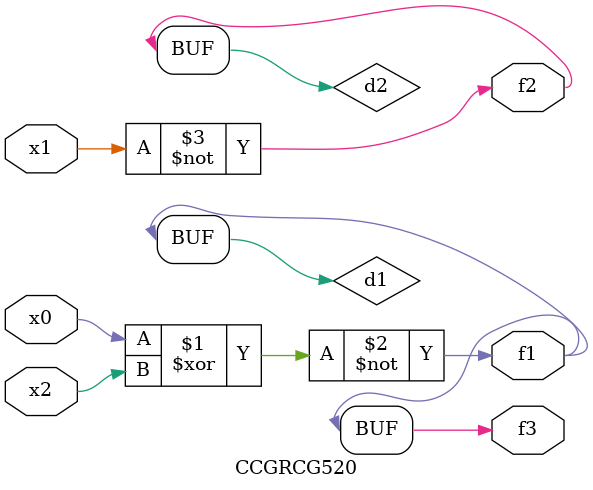
<source format=v>
module CCGRCG520(
	input x0, x1, x2,
	output f1, f2, f3
);

	wire d1, d2, d3;

	xnor (d1, x0, x2);
	nand (d2, x1);
	nor (d3, x1, x2);
	assign f1 = d1;
	assign f2 = d2;
	assign f3 = d1;
endmodule

</source>
